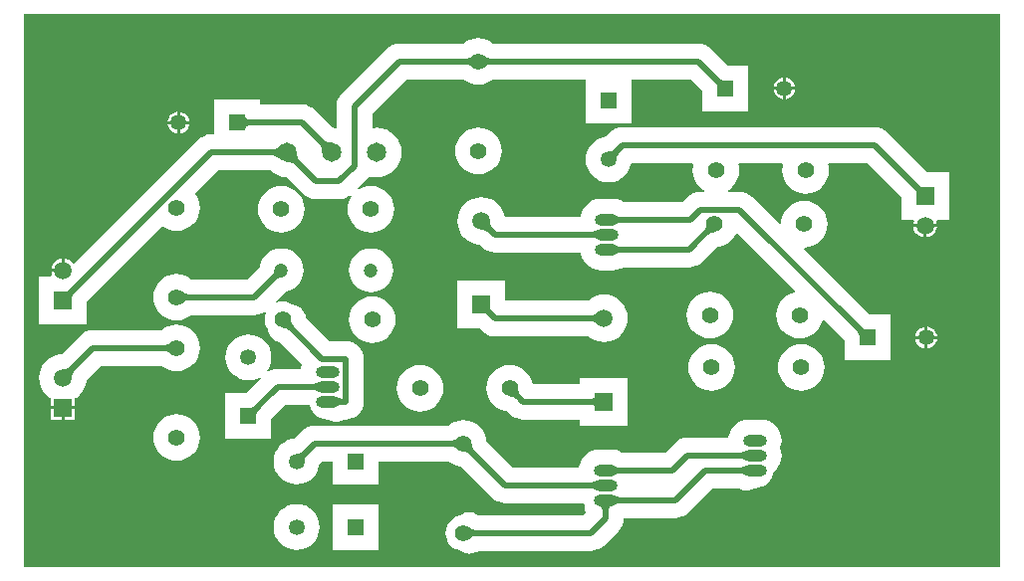
<source format=gbl>
G04 Layer_Physical_Order=2*
G04 Layer_Color=16711680*
%FSLAX25Y25*%
%MOIN*%
G70*
G01*
G75*
%ADD10C,0.02000*%
%ADD12C,0.05512*%
%ADD13O,0.07874X0.03937*%
%ADD14O,0.07874X0.03937*%
%ADD15C,0.05906*%
%ADD16R,0.05906X0.05906*%
%ADD17R,0.05315X0.05315*%
%ADD18C,0.05315*%
%ADD19R,0.05315X0.05315*%
%ADD20C,0.04724*%
%ADD21C,0.06500*%
G36*
X431952Y105547D02*
X105547D01*
Y290952D01*
X431952D01*
Y105547D01*
D02*
G37*
%LPC*%
G36*
X360343Y269623D02*
Y266500D01*
X363466D01*
X363406Y266955D01*
X363037Y267845D01*
X362451Y268609D01*
X361687Y269195D01*
X360797Y269563D01*
X360343Y269623D01*
D02*
G37*
G36*
X359343D02*
X358888Y269563D01*
X357998Y269195D01*
X357234Y268609D01*
X356648Y267845D01*
X356279Y266955D01*
X356219Y266500D01*
X359343D01*
Y269623D01*
D02*
G37*
G36*
X363466Y265500D02*
X360343D01*
Y262377D01*
X360797Y262437D01*
X361687Y262805D01*
X362451Y263391D01*
X363037Y264156D01*
X363406Y265045D01*
X363466Y265500D01*
D02*
G37*
G36*
X359343D02*
X356219D01*
X356279Y265045D01*
X356648Y264156D01*
X357234Y263391D01*
X357998Y262805D01*
X358888Y262437D01*
X359343Y262377D01*
Y265500D01*
D02*
G37*
G36*
X257500Y282793D02*
X255980Y282644D01*
X254518Y282200D01*
X253170Y281480D01*
X252621Y281029D01*
X231000D01*
X229824Y280913D01*
X228693Y280570D01*
X227650Y280013D01*
X226737Y279263D01*
X211737Y264263D01*
X210987Y263350D01*
X210430Y262307D01*
X210087Y261176D01*
X209971Y260000D01*
Y253017D01*
X209600Y252681D01*
X208762Y252764D01*
X202763Y258763D01*
X201850Y259513D01*
X200807Y260070D01*
X199676Y260413D01*
X198500Y260529D01*
X184500D01*
Y262158D01*
X169185D01*
Y250529D01*
X168000D01*
X166824Y250413D01*
X165693Y250070D01*
X164650Y249513D01*
X163737Y248763D01*
X122316Y207342D01*
X121652Y207385D01*
X121319Y207819D01*
X120493Y208453D01*
X119532Y208851D01*
X119000Y208921D01*
Y205000D01*
X118500D01*
Y204500D01*
X114579D01*
X114649Y203968D01*
X114863Y203453D01*
X114528Y202953D01*
X110547D01*
Y187047D01*
X126453D01*
Y194406D01*
X126482Y194437D01*
X126536Y194510D01*
X151828Y219801D01*
X152170Y219520D01*
X153518Y218800D01*
X154980Y218356D01*
X156500Y218207D01*
X158020Y218356D01*
X159482Y218800D01*
X160830Y219520D01*
X162011Y220489D01*
X162980Y221670D01*
X163700Y223018D01*
X164144Y224480D01*
X164293Y226000D01*
X164144Y227520D01*
X163700Y228982D01*
X162980Y230330D01*
X162699Y230672D01*
X170497Y238471D01*
X187842D01*
X188894Y237607D01*
X190328Y236841D01*
X191883Y236369D01*
X193238Y236236D01*
X198937Y230537D01*
X199850Y229787D01*
X200893Y229230D01*
X202024Y228887D01*
X203200Y228771D01*
X210800D01*
X211976Y228887D01*
X213107Y229230D01*
X214149Y229787D01*
X214727Y230261D01*
X215082Y229906D01*
X215020Y229830D01*
X214300Y228482D01*
X213856Y227020D01*
X213707Y225500D01*
X213856Y223980D01*
X214300Y222518D01*
X215020Y221170D01*
X215989Y219989D01*
X217170Y219020D01*
X218518Y218300D01*
X219980Y217856D01*
X221500Y217707D01*
X223020Y217856D01*
X224482Y218300D01*
X225830Y219020D01*
X227011Y219989D01*
X227980Y221170D01*
X228700Y222518D01*
X229144Y223980D01*
X229293Y225500D01*
X229144Y227020D01*
X228700Y228482D01*
X227980Y229830D01*
X227011Y231011D01*
X225830Y231980D01*
X224482Y232700D01*
X223020Y233144D01*
X221500Y233293D01*
X219980Y233144D01*
X218518Y232700D01*
X217263Y232030D01*
X216962Y232436D01*
X220263Y235737D01*
X221002Y236637D01*
X221883Y236369D01*
X223500Y236210D01*
X225117Y236369D01*
X226672Y236841D01*
X228106Y237607D01*
X229362Y238638D01*
X230393Y239894D01*
X231159Y241328D01*
X231631Y242883D01*
X231790Y244500D01*
X231631Y246117D01*
X231159Y247672D01*
X230393Y249106D01*
X229362Y250362D01*
X228106Y251393D01*
X226672Y252159D01*
X225117Y252631D01*
X223500Y252790D01*
X222399Y252681D01*
X222029Y253017D01*
Y257503D01*
X233497Y268971D01*
X252621D01*
X253170Y268520D01*
X254518Y267800D01*
X255980Y267356D01*
X257500Y267207D01*
X259020Y267356D01*
X260482Y267800D01*
X261830Y268520D01*
X262379Y268971D01*
X293342D01*
Y254185D01*
X308658D01*
Y268971D01*
X328660D01*
X332366Y265265D01*
X332404Y265212D01*
X332500Y265109D01*
Y258343D01*
X347815D01*
Y273657D01*
X341046D01*
X341016Y273687D01*
X340943Y273741D01*
X335421Y279263D01*
X334507Y280013D01*
X333465Y280570D01*
X332334Y280913D01*
X331157Y281029D01*
X262379D01*
X261830Y281480D01*
X260482Y282200D01*
X259020Y282644D01*
X257500Y282793D01*
D02*
G37*
G36*
X157657Y258123D02*
Y255000D01*
X160781D01*
X160721Y255455D01*
X160352Y256345D01*
X159766Y257109D01*
X159002Y257695D01*
X158112Y258063D01*
X157657Y258123D01*
D02*
G37*
G36*
X156657D02*
X156203Y258063D01*
X155313Y257695D01*
X154549Y257109D01*
X153963Y256345D01*
X153594Y255455D01*
X153534Y255000D01*
X156657D01*
Y258123D01*
D02*
G37*
G36*
X160781Y254000D02*
X157657D01*
Y250877D01*
X158112Y250937D01*
X159002Y251305D01*
X159766Y251891D01*
X160352Y252656D01*
X160721Y253545D01*
X160781Y254000D01*
D02*
G37*
G36*
X156657D02*
X153534D01*
X153594Y253545D01*
X153963Y252656D01*
X154549Y251891D01*
X155313Y251305D01*
X156203Y250937D01*
X156657Y250877D01*
Y254000D01*
D02*
G37*
G36*
X257500Y252793D02*
X255980Y252644D01*
X254518Y252200D01*
X253170Y251480D01*
X251989Y250511D01*
X251020Y249330D01*
X250300Y247982D01*
X249856Y246520D01*
X249707Y245000D01*
X249856Y243480D01*
X250300Y242018D01*
X251020Y240670D01*
X251989Y239489D01*
X253170Y238520D01*
X254518Y237800D01*
X255980Y237356D01*
X257500Y237207D01*
X259020Y237356D01*
X260482Y237800D01*
X261830Y238520D01*
X263011Y239489D01*
X263980Y240670D01*
X264700Y242018D01*
X265144Y243480D01*
X265293Y245000D01*
X265144Y246520D01*
X264700Y247982D01*
X263980Y249330D01*
X263011Y250511D01*
X261830Y251480D01*
X260482Y252200D01*
X259020Y252644D01*
X257500Y252793D01*
D02*
G37*
G36*
X390100Y252929D02*
X305743D01*
X304566Y252813D01*
X303435Y252470D01*
X302393Y251913D01*
X301479Y251163D01*
X300077Y249761D01*
X299499Y249704D01*
X298055Y249266D01*
X296725Y248555D01*
X295559Y247598D01*
X294602Y246432D01*
X293891Y245102D01*
X293453Y243658D01*
X293305Y242157D01*
X293453Y240656D01*
X293891Y239213D01*
X294602Y237882D01*
X295559Y236717D01*
X296725Y235760D01*
X298055Y235049D01*
X299499Y234611D01*
X301000Y234463D01*
X302501Y234611D01*
X303945Y235049D01*
X305275Y235760D01*
X306441Y236717D01*
X307398Y237882D01*
X308109Y239213D01*
X308547Y240656D01*
X308568Y240871D01*
X329195D01*
X329492Y240469D01*
X329356Y240020D01*
X329207Y238500D01*
X329356Y236980D01*
X329800Y235518D01*
X330520Y234170D01*
X331489Y232989D01*
X332670Y232020D01*
X333055Y231814D01*
X332934Y231329D01*
X331700D01*
X330524Y231213D01*
X329393Y230870D01*
X328350Y230313D01*
X327437Y229563D01*
X327437Y229563D01*
X325903Y228029D01*
X305972D01*
X305148Y228469D01*
X303835Y228868D01*
X302468Y229002D01*
X298532D01*
X297165Y228868D01*
X295852Y228469D01*
X294641Y227822D01*
X293580Y226951D01*
X292709Y225890D01*
X292062Y224680D01*
X291664Y223366D01*
X291631Y223029D01*
X266338D01*
X266338Y223035D01*
X265883Y224535D01*
X265144Y225916D01*
X264151Y227127D01*
X262940Y228121D01*
X261558Y228859D01*
X260059Y229314D01*
X258500Y229468D01*
X256941Y229314D01*
X255442Y228859D01*
X254060Y228121D01*
X252849Y227127D01*
X251855Y225916D01*
X251117Y224535D01*
X250662Y223035D01*
X250509Y221476D01*
X250662Y219917D01*
X251117Y218418D01*
X251855Y217037D01*
X252849Y215826D01*
X254060Y214832D01*
X255442Y214093D01*
X256941Y213639D01*
X257906Y213544D01*
X258713Y212737D01*
X258713Y212737D01*
X259627Y211987D01*
X260669Y211430D01*
X261800Y211087D01*
X262976Y210971D01*
X262977Y210971D01*
X291631D01*
X291664Y210634D01*
X292062Y209320D01*
X292709Y208110D01*
X293580Y207049D01*
X294641Y206178D01*
X295852Y205531D01*
X297165Y205132D01*
X298532Y204998D01*
X302468D01*
X303835Y205132D01*
X305148Y205531D01*
X305972Y205971D01*
X328000D01*
X329176Y206087D01*
X330307Y206430D01*
X331349Y206987D01*
X332263Y207737D01*
X337313Y212787D01*
X338020Y212856D01*
X339482Y213300D01*
X340830Y214020D01*
X342011Y214989D01*
X342980Y216170D01*
X343598Y217326D01*
X344160Y217471D01*
X363528Y198103D01*
X363327Y197597D01*
X362018Y197200D01*
X360670Y196480D01*
X359489Y195511D01*
X358520Y194330D01*
X357800Y192982D01*
X357356Y191520D01*
X357207Y190000D01*
X357356Y188480D01*
X357800Y187018D01*
X358520Y185670D01*
X359489Y184489D01*
X360670Y183520D01*
X362018Y182800D01*
X363480Y182356D01*
X365000Y182207D01*
X366520Y182356D01*
X367982Y182800D01*
X369330Y183520D01*
X370511Y184489D01*
X371480Y185670D01*
X372200Y187018D01*
X372597Y188327D01*
X373103Y188528D01*
X379866Y181765D01*
X379904Y181712D01*
X380000Y181609D01*
Y174843D01*
X395315D01*
Y190157D01*
X388546D01*
X388516Y190187D01*
X388443Y190241D01*
X366442Y212241D01*
X366668Y212723D01*
X368020Y212856D01*
X369482Y213300D01*
X370830Y214020D01*
X372011Y214989D01*
X372980Y216170D01*
X373700Y217518D01*
X374144Y218980D01*
X374293Y220500D01*
X374144Y222020D01*
X373700Y223482D01*
X372980Y224830D01*
X372011Y226011D01*
X370830Y226980D01*
X369482Y227700D01*
X368020Y228144D01*
X366500Y228293D01*
X364980Y228144D01*
X363518Y227700D01*
X362170Y226980D01*
X360989Y226011D01*
X360020Y224830D01*
X359300Y223482D01*
X358856Y222020D01*
X358723Y220668D01*
X358241Y220442D01*
X349121Y229563D01*
X348207Y230313D01*
X347165Y230870D01*
X346034Y231213D01*
X344857Y231329D01*
X341066D01*
X340945Y231814D01*
X341330Y232020D01*
X342511Y232989D01*
X343480Y234170D01*
X344200Y235518D01*
X344644Y236980D01*
X344793Y238500D01*
X344644Y240020D01*
X344508Y240469D01*
X344805Y240871D01*
X359195D01*
X359492Y240469D01*
X359356Y240020D01*
X359207Y238500D01*
X359356Y236980D01*
X359800Y235518D01*
X360520Y234170D01*
X361489Y232989D01*
X362670Y232020D01*
X364018Y231300D01*
X365480Y230856D01*
X367000Y230707D01*
X368520Y230856D01*
X369982Y231300D01*
X371330Y232020D01*
X372511Y232989D01*
X373480Y234170D01*
X374200Y235518D01*
X374644Y236980D01*
X374793Y238500D01*
X374644Y240020D01*
X374507Y240469D01*
X374805Y240871D01*
X387603D01*
X398914Y229560D01*
X398951Y229508D01*
X399047Y229404D01*
Y222047D01*
X403028D01*
X403363Y221547D01*
X403149Y221032D01*
X403079Y220500D01*
X407000D01*
X410921D01*
X410851Y221032D01*
X410638Y221547D01*
X410972Y222047D01*
X414953D01*
Y237953D01*
X407593D01*
X407563Y237982D01*
X407490Y238036D01*
X394363Y251163D01*
X393449Y251913D01*
X392407Y252470D01*
X391276Y252813D01*
X390100Y252929D01*
D02*
G37*
G36*
X191500Y233293D02*
X189980Y233144D01*
X188518Y232700D01*
X187170Y231980D01*
X185989Y231011D01*
X185020Y229830D01*
X184300Y228482D01*
X183856Y227020D01*
X183707Y225500D01*
X183856Y223980D01*
X184300Y222518D01*
X185020Y221170D01*
X185989Y219989D01*
X187170Y219020D01*
X188518Y218300D01*
X189980Y217856D01*
X191500Y217707D01*
X193020Y217856D01*
X194482Y218300D01*
X195830Y219020D01*
X197011Y219989D01*
X197980Y221170D01*
X198700Y222518D01*
X199144Y223980D01*
X199293Y225500D01*
X199144Y227020D01*
X198700Y228482D01*
X197980Y229830D01*
X197011Y231011D01*
X195830Y231980D01*
X194482Y232700D01*
X193020Y233144D01*
X191500Y233293D01*
D02*
G37*
G36*
X410921Y219500D02*
X407500D01*
Y216079D01*
X408032Y216149D01*
X408993Y216547D01*
X409819Y217181D01*
X410453Y218007D01*
X410851Y218968D01*
X410921Y219500D01*
D02*
G37*
G36*
X406500D02*
X403079D01*
X403149Y218968D01*
X403547Y218007D01*
X404181Y217181D01*
X405007Y216547D01*
X405968Y216149D01*
X406500Y216079D01*
Y219500D01*
D02*
G37*
G36*
X118000Y208921D02*
X117468Y208851D01*
X116507Y208453D01*
X115681Y207819D01*
X115047Y206993D01*
X114649Y206032D01*
X114579Y205500D01*
X118000D01*
Y208921D01*
D02*
G37*
G36*
X191500Y212398D02*
X190057Y212256D01*
X188669Y211835D01*
X187390Y211151D01*
X186269Y210231D01*
X185349Y209110D01*
X184665Y207831D01*
X184244Y206443D01*
X184225Y206252D01*
X180003Y202029D01*
X161379D01*
X160830Y202480D01*
X159482Y203200D01*
X158020Y203644D01*
X156500Y203793D01*
X154980Y203644D01*
X153518Y203200D01*
X152170Y202480D01*
X150989Y201511D01*
X150020Y200330D01*
X149300Y198982D01*
X148856Y197520D01*
X148707Y196000D01*
X148856Y194480D01*
X149300Y193018D01*
X150020Y191670D01*
X150989Y190489D01*
X152170Y189520D01*
X153518Y188800D01*
X154980Y188356D01*
X156500Y188207D01*
X158020Y188356D01*
X159482Y188800D01*
X160830Y189520D01*
X161379Y189971D01*
X182500D01*
X183676Y190087D01*
X184807Y190430D01*
X185849Y190987D01*
X186045Y191147D01*
X186439Y190824D01*
X186430Y190807D01*
X186087Y189676D01*
X185971Y188500D01*
X186087Y187324D01*
X186430Y186193D01*
X186987Y185151D01*
X187073Y185045D01*
X187122Y184573D01*
X187147Y184508D01*
X187156Y184439D01*
X187382Y183894D01*
X187593Y183343D01*
X187634Y183287D01*
X187660Y183223D01*
X188019Y182755D01*
X188365Y182277D01*
X188419Y182233D01*
X188461Y182178D01*
X188930Y181819D01*
X189388Y181447D01*
X189451Y181419D01*
X189506Y181377D01*
X190051Y181151D01*
X190590Y180910D01*
X190658Y180900D01*
X190722Y180873D01*
X191158Y180816D01*
X198500Y173474D01*
X198164Y172366D01*
X198131Y172029D01*
X190343D01*
X189166Y171913D01*
X188035Y171570D01*
X187164Y171105D01*
X186841Y171499D01*
X186898Y171568D01*
X187609Y172898D01*
X188047Y174341D01*
X188195Y175843D01*
X188047Y177344D01*
X187609Y178787D01*
X186898Y180117D01*
X185941Y181283D01*
X184775Y182240D01*
X183445Y182951D01*
X182001Y183389D01*
X180500Y183537D01*
X178999Y183389D01*
X177555Y182951D01*
X176225Y182240D01*
X175059Y181283D01*
X174102Y180117D01*
X173391Y178787D01*
X172953Y177344D01*
X172806Y175843D01*
X172953Y174341D01*
X173391Y172898D01*
X174102Y171568D01*
X175059Y170402D01*
X176225Y169445D01*
X177555Y168734D01*
X178999Y168296D01*
X180500Y168148D01*
X182001Y168296D01*
X183445Y168734D01*
X184300Y169191D01*
X184601Y168785D01*
X179765Y163949D01*
X179712Y163911D01*
X179609Y163815D01*
X172843D01*
Y148500D01*
X188157D01*
Y155269D01*
X188187Y155299D01*
X188241Y155372D01*
X192840Y159971D01*
X201067D01*
X201072Y159970D01*
X201087Y159824D01*
X201430Y158693D01*
X201987Y157650D01*
X202737Y156737D01*
X203650Y155987D01*
X204693Y155430D01*
X205824Y155087D01*
X207000Y154971D01*
X207372D01*
X207434Y154923D01*
X207632Y154841D01*
X207812Y154726D01*
X208238Y154590D01*
X208650Y154420D01*
X208862Y154392D01*
X209067Y154327D01*
X209513Y154306D01*
X209955Y154248D01*
X210168Y154276D01*
X210382Y154266D01*
X210818Y154361D01*
X211261Y154420D01*
X211458Y154502D01*
X211668Y154548D01*
X212064Y154753D01*
X212477Y154923D01*
X212507Y154947D01*
X212590Y154954D01*
X212770Y154958D01*
X212856Y154971D01*
X213000D01*
X214176Y155087D01*
X215307Y155430D01*
X216350Y155987D01*
X217263Y156737D01*
X218013Y157650D01*
X218570Y158693D01*
X218913Y159824D01*
X219029Y161000D01*
Y175300D01*
X218913Y176476D01*
X218570Y177607D01*
X218013Y178649D01*
X217263Y179563D01*
X216350Y180313D01*
X215307Y180870D01*
X214176Y181213D01*
X213000Y181329D01*
X207697D01*
X199684Y189342D01*
X199627Y189778D01*
X199601Y189842D01*
X199590Y189910D01*
X199349Y190449D01*
X199123Y190994D01*
X199081Y191049D01*
X199053Y191112D01*
X198681Y191570D01*
X198322Y192039D01*
X198267Y192081D01*
X198223Y192135D01*
X197745Y192481D01*
X197277Y192840D01*
X197213Y192867D01*
X197157Y192907D01*
X196606Y193118D01*
X196061Y193344D01*
X195992Y193353D01*
X195927Y193378D01*
X195455Y193427D01*
X195350Y193513D01*
X194307Y194070D01*
X193176Y194413D01*
X192000Y194529D01*
X190824Y194413D01*
X189852Y194118D01*
X189587Y194560D01*
X192752Y197725D01*
X192943Y197744D01*
X194331Y198165D01*
X195610Y198849D01*
X196731Y199769D01*
X197651Y200890D01*
X198335Y202169D01*
X198756Y203557D01*
X198898Y205000D01*
X198756Y206443D01*
X198335Y207831D01*
X197651Y209110D01*
X196731Y210231D01*
X195610Y211151D01*
X194331Y211835D01*
X192943Y212256D01*
X191500Y212398D01*
D02*
G37*
G36*
X221500D02*
X220057Y212256D01*
X218669Y211835D01*
X217390Y211151D01*
X216269Y210231D01*
X215349Y209110D01*
X214665Y207831D01*
X214244Y206443D01*
X214102Y205000D01*
X214244Y203557D01*
X214665Y202169D01*
X215349Y200890D01*
X216269Y199769D01*
X217390Y198849D01*
X218669Y198165D01*
X220057Y197744D01*
X221500Y197602D01*
X222943Y197744D01*
X224331Y198165D01*
X225610Y198849D01*
X226731Y199769D01*
X227651Y200890D01*
X228335Y202169D01*
X228756Y203557D01*
X228898Y205000D01*
X228756Y206443D01*
X228335Y207831D01*
X227651Y209110D01*
X226731Y210231D01*
X225610Y211151D01*
X224331Y211835D01*
X222943Y212256D01*
X221500Y212398D01*
D02*
G37*
G36*
X156500Y186793D02*
X154980Y186644D01*
X153518Y186200D01*
X152170Y185480D01*
X151621Y185029D01*
X128500D01*
X128500Y185029D01*
X127324Y184913D01*
X126193Y184570D01*
X125151Y184013D01*
X124237Y183263D01*
X124237Y183263D01*
X117906Y176933D01*
X116941Y176838D01*
X115442Y176383D01*
X114060Y175645D01*
X112849Y174651D01*
X111855Y173440D01*
X111117Y172058D01*
X110662Y170559D01*
X110509Y169000D01*
X110662Y167441D01*
X111117Y165942D01*
X111855Y164560D01*
X112849Y163349D01*
X114060Y162355D01*
X114547Y162095D01*
Y159500D01*
X118500D01*
X122453D01*
Y162095D01*
X122940Y162355D01*
X124151Y163349D01*
X125145Y164560D01*
X125883Y165942D01*
X126338Y167441D01*
X126433Y168406D01*
X130997Y172971D01*
X151621D01*
X152170Y172520D01*
X153518Y171800D01*
X154980Y171356D01*
X156500Y171207D01*
X158020Y171356D01*
X159482Y171800D01*
X160830Y172520D01*
X162011Y173489D01*
X162980Y174670D01*
X163700Y176018D01*
X164144Y177480D01*
X164293Y179000D01*
X164144Y180520D01*
X163700Y181982D01*
X162980Y183330D01*
X162011Y184511D01*
X160830Y185480D01*
X159482Y186200D01*
X158020Y186644D01*
X156500Y186793D01*
D02*
G37*
G36*
X407843Y186123D02*
Y183000D01*
X410966D01*
X410906Y183455D01*
X410537Y184344D01*
X409951Y185108D01*
X409187Y185695D01*
X408297Y186063D01*
X407843Y186123D01*
D02*
G37*
G36*
X406843D02*
X406388Y186063D01*
X405498Y185695D01*
X404734Y185108D01*
X404148Y184344D01*
X403779Y183455D01*
X403719Y183000D01*
X406843D01*
Y186123D01*
D02*
G37*
G36*
X335000Y197793D02*
X333480Y197644D01*
X332018Y197200D01*
X330670Y196480D01*
X329489Y195511D01*
X328520Y194330D01*
X327800Y192982D01*
X327356Y191520D01*
X327207Y190000D01*
X327356Y188480D01*
X327800Y187018D01*
X328520Y185670D01*
X329489Y184489D01*
X330670Y183520D01*
X332018Y182800D01*
X333480Y182356D01*
X335000Y182207D01*
X336520Y182356D01*
X337982Y182800D01*
X339330Y183520D01*
X340511Y184489D01*
X341480Y185670D01*
X342200Y187018D01*
X342644Y188480D01*
X342793Y190000D01*
X342644Y191520D01*
X342200Y192982D01*
X341480Y194330D01*
X340511Y195511D01*
X339330Y196480D01*
X337982Y197200D01*
X336520Y197644D01*
X335000Y197793D01*
D02*
G37*
G36*
X266453Y201476D02*
X250547D01*
Y185571D01*
X257907D01*
X257938Y185541D01*
X258010Y185487D01*
X258784Y184713D01*
X259698Y183963D01*
X260740Y183406D01*
X261871Y183063D01*
X263047Y182947D01*
X294310D01*
X295060Y182332D01*
X296442Y181594D01*
X297941Y181139D01*
X299500Y180985D01*
X301059Y181139D01*
X302558Y181594D01*
X303940Y182332D01*
X305151Y183326D01*
X306144Y184537D01*
X306883Y185918D01*
X307338Y187417D01*
X307491Y188976D01*
X307338Y190535D01*
X306883Y192034D01*
X306144Y193416D01*
X305151Y194627D01*
X303940Y195621D01*
X302558Y196359D01*
X301059Y196814D01*
X299500Y196968D01*
X297941Y196814D01*
X296442Y196359D01*
X295060Y195621D01*
X294310Y195005D01*
X266453D01*
Y201476D01*
D02*
G37*
G36*
X222000Y196293D02*
X220480Y196144D01*
X219018Y195700D01*
X217670Y194980D01*
X216489Y194011D01*
X215520Y192830D01*
X214800Y191482D01*
X214356Y190020D01*
X214207Y188500D01*
X214356Y186980D01*
X214800Y185518D01*
X215520Y184170D01*
X216489Y182989D01*
X217670Y182020D01*
X219018Y181300D01*
X220480Y180856D01*
X222000Y180707D01*
X223520Y180856D01*
X224982Y181300D01*
X226330Y182020D01*
X227511Y182989D01*
X228480Y184170D01*
X229200Y185518D01*
X229644Y186980D01*
X229793Y188500D01*
X229644Y190020D01*
X229200Y191482D01*
X228480Y192830D01*
X227511Y194011D01*
X226330Y194980D01*
X224982Y195700D01*
X223520Y196144D01*
X222000Y196293D01*
D02*
G37*
G36*
X410966Y182000D02*
X407843D01*
Y178877D01*
X408297Y178937D01*
X409187Y179305D01*
X409951Y179892D01*
X410537Y180656D01*
X410906Y181545D01*
X410966Y182000D01*
D02*
G37*
G36*
X406843D02*
X403719D01*
X403779Y181545D01*
X404148Y180656D01*
X404734Y179892D01*
X405498Y179305D01*
X406388Y178937D01*
X406843Y178877D01*
Y182000D01*
D02*
G37*
G36*
X365500Y180293D02*
X363980Y180144D01*
X362518Y179700D01*
X361170Y178980D01*
X359989Y178011D01*
X359020Y176830D01*
X358300Y175482D01*
X357856Y174020D01*
X357707Y172500D01*
X357856Y170980D01*
X358300Y169518D01*
X359020Y168170D01*
X359989Y166989D01*
X361170Y166020D01*
X362518Y165300D01*
X363980Y164856D01*
X365500Y164707D01*
X367020Y164856D01*
X368482Y165300D01*
X369830Y166020D01*
X371011Y166989D01*
X371980Y168170D01*
X372700Y169518D01*
X373144Y170980D01*
X373293Y172500D01*
X373144Y174020D01*
X372700Y175482D01*
X371980Y176830D01*
X371011Y178011D01*
X369830Y178980D01*
X368482Y179700D01*
X367020Y180144D01*
X365500Y180293D01*
D02*
G37*
G36*
X335500D02*
X333980Y180144D01*
X332518Y179700D01*
X331170Y178980D01*
X329989Y178011D01*
X329020Y176830D01*
X328300Y175482D01*
X327856Y174020D01*
X327707Y172500D01*
X327856Y170980D01*
X328300Y169518D01*
X329020Y168170D01*
X329989Y166989D01*
X331170Y166020D01*
X332518Y165300D01*
X333980Y164856D01*
X335500Y164707D01*
X337020Y164856D01*
X338482Y165300D01*
X339830Y166020D01*
X341011Y166989D01*
X341980Y168170D01*
X342700Y169518D01*
X343144Y170980D01*
X343293Y172500D01*
X343144Y174020D01*
X342700Y175482D01*
X341980Y176830D01*
X341011Y178011D01*
X339830Y178980D01*
X338482Y179700D01*
X337020Y180144D01*
X335500Y180293D01*
D02*
G37*
G36*
X238000Y173293D02*
X236480Y173144D01*
X235018Y172700D01*
X233670Y171980D01*
X232489Y171011D01*
X231520Y169830D01*
X230800Y168482D01*
X230356Y167020D01*
X230207Y165500D01*
X230356Y163980D01*
X230800Y162518D01*
X231520Y161170D01*
X232489Y159989D01*
X233670Y159020D01*
X235018Y158300D01*
X236480Y157856D01*
X238000Y157707D01*
X239520Y157856D01*
X240982Y158300D01*
X242330Y159020D01*
X243511Y159989D01*
X244480Y161170D01*
X245200Y162518D01*
X245644Y163980D01*
X245793Y165500D01*
X245644Y167020D01*
X245200Y168482D01*
X244480Y169830D01*
X243511Y171011D01*
X242330Y171980D01*
X240982Y172700D01*
X239520Y173144D01*
X238000Y173293D01*
D02*
G37*
G36*
X122453Y158500D02*
X119000D01*
Y155047D01*
X122453D01*
Y158500D01*
D02*
G37*
G36*
X118000D02*
X114547D01*
Y155047D01*
X118000D01*
Y158500D01*
D02*
G37*
G36*
X268000Y173293D02*
X266480Y173144D01*
X265018Y172700D01*
X263670Y171980D01*
X262489Y171011D01*
X261520Y169830D01*
X260800Y168482D01*
X260356Y167020D01*
X260207Y165500D01*
X260356Y163980D01*
X260800Y162518D01*
X261520Y161170D01*
X262489Y159989D01*
X263670Y159020D01*
X265018Y158300D01*
X266480Y157856D01*
X267187Y157787D01*
X268213Y156761D01*
X268213Y156760D01*
X269127Y156011D01*
X270169Y155454D01*
X271300Y155110D01*
X272476Y154995D01*
X272477Y154995D01*
X291547D01*
Y153071D01*
X307453D01*
Y168976D01*
X291547D01*
Y167053D01*
X275634D01*
X275200Y168482D01*
X274480Y169830D01*
X273511Y171011D01*
X272330Y171980D01*
X270982Y172700D01*
X269520Y173144D01*
X268000Y173293D01*
D02*
G37*
G36*
X351969Y155002D02*
X348031D01*
X346665Y154868D01*
X345352Y154469D01*
X344141Y153822D01*
X343080Y152951D01*
X342209Y151890D01*
X341562Y150680D01*
X341164Y149366D01*
X341131Y149029D01*
X327500D01*
X326324Y148913D01*
X325193Y148570D01*
X324150Y148013D01*
X323237Y147263D01*
X320003Y144029D01*
X305472D01*
X304648Y144469D01*
X303335Y144868D01*
X301969Y145002D01*
X298031D01*
X296665Y144868D01*
X295352Y144469D01*
X294141Y143822D01*
X293080Y142951D01*
X292209Y141890D01*
X291562Y140680D01*
X291164Y139366D01*
X291131Y139029D01*
X268997D01*
X260213Y147813D01*
X260144Y148520D01*
X259700Y149982D01*
X258980Y151330D01*
X258011Y152511D01*
X256830Y153480D01*
X255482Y154200D01*
X254020Y154644D01*
X252500Y154793D01*
X250980Y154644D01*
X249518Y154200D01*
X248170Y153480D01*
X247621Y153029D01*
X202657D01*
X201481Y152913D01*
X200350Y152570D01*
X199308Y152013D01*
X198394Y151263D01*
X195735Y148604D01*
X195156Y148547D01*
X193713Y148109D01*
X192383Y147398D01*
X191217Y146441D01*
X190260Y145275D01*
X189549Y143945D01*
X189111Y142501D01*
X188963Y141000D01*
X189111Y139499D01*
X189549Y138055D01*
X190260Y136725D01*
X191217Y135559D01*
X192383Y134602D01*
X193713Y133891D01*
X195156Y133453D01*
X196657Y133306D01*
X198159Y133453D01*
X199602Y133891D01*
X200932Y134602D01*
X202098Y135559D01*
X203055Y136725D01*
X203766Y138055D01*
X204204Y139499D01*
X204261Y140077D01*
X205155Y140971D01*
X208685D01*
Y133343D01*
X224000D01*
Y140971D01*
X247621D01*
X248170Y140520D01*
X249518Y139800D01*
X250980Y139356D01*
X251687Y139287D01*
X262237Y128737D01*
X263151Y127987D01*
X264193Y127430D01*
X265324Y127087D01*
X266500Y126971D01*
X292568D01*
X292987Y126576D01*
X292993Y126308D01*
X292958Y126043D01*
X293010Y125653D01*
X293020Y125259D01*
X293095Y125003D01*
X293130Y124737D01*
X293281Y124374D01*
X293392Y123997D01*
X293422Y123948D01*
X292503Y123029D01*
X257338D01*
X256990Y123297D01*
X256926Y123323D01*
X256869Y123364D01*
X256318Y123575D01*
X255773Y123800D01*
X255704Y123810D01*
X255640Y123834D01*
X255053Y123895D01*
X254468Y123972D01*
X254399Y123963D01*
X254330Y123970D01*
X253748Y123877D01*
X253163Y123800D01*
X253099Y123774D01*
X253030Y123763D01*
X252491Y123522D01*
X251946Y123297D01*
X251891Y123254D01*
X251828Y123226D01*
X251459Y122926D01*
X251324Y122913D01*
X250193Y122570D01*
X249150Y122013D01*
X248237Y121263D01*
X247487Y120350D01*
X246930Y119307D01*
X246587Y118176D01*
X246471Y117000D01*
X246587Y115824D01*
X246930Y114693D01*
X247487Y113651D01*
X248237Y112737D01*
X249150Y111987D01*
X250193Y111430D01*
X251324Y111087D01*
X251459Y111074D01*
X251828Y110774D01*
X251891Y110746D01*
X251946Y110703D01*
X252491Y110478D01*
X253030Y110237D01*
X253099Y110226D01*
X253163Y110200D01*
X253747Y110123D01*
X254330Y110030D01*
X254399Y110037D01*
X254468Y110028D01*
X255053Y110105D01*
X255640Y110166D01*
X255704Y110190D01*
X255773Y110200D01*
X256318Y110425D01*
X256869Y110636D01*
X256926Y110677D01*
X256990Y110703D01*
X257338Y110971D01*
X295000D01*
X296176Y111087D01*
X297307Y111430D01*
X298349Y111987D01*
X299263Y112737D01*
X304263Y117737D01*
X305013Y118650D01*
X305570Y119693D01*
X305913Y120824D01*
X306026Y121971D01*
X323300D01*
X324476Y122087D01*
X325607Y122430D01*
X326649Y122987D01*
X327563Y123737D01*
X335797Y131971D01*
X344067D01*
X344123Y131961D01*
X344494Y131946D01*
X344523Y131923D01*
X344936Y131753D01*
X345332Y131548D01*
X345542Y131502D01*
X345740Y131420D01*
X346182Y131361D01*
X346618Y131266D01*
X346832Y131276D01*
X347045Y131248D01*
X347487Y131306D01*
X347933Y131327D01*
X348137Y131392D01*
X348350Y131420D01*
X348762Y131590D01*
X349188Y131726D01*
X349368Y131842D01*
X349566Y131923D01*
X349628Y131971D01*
X350000D01*
X351176Y132087D01*
X352307Y132430D01*
X353349Y132987D01*
X354263Y133737D01*
X355013Y134651D01*
X355570Y135693D01*
X355913Y136824D01*
X355956Y137258D01*
X356920Y138049D01*
X357791Y139110D01*
X358438Y140320D01*
X358836Y141634D01*
X358971Y143000D01*
X358836Y144366D01*
X358492Y145500D01*
X358836Y146634D01*
X358971Y148000D01*
X358836Y149366D01*
X358438Y150680D01*
X357791Y151890D01*
X356920Y152951D01*
X355859Y153822D01*
X354648Y154469D01*
X353335Y154868D01*
X351969Y155002D01*
D02*
G37*
G36*
X156500Y156793D02*
X154980Y156644D01*
X153518Y156200D01*
X152170Y155480D01*
X150989Y154511D01*
X150020Y153330D01*
X149300Y151982D01*
X148856Y150520D01*
X148707Y149000D01*
X148856Y147480D01*
X149300Y146018D01*
X150020Y144670D01*
X150989Y143489D01*
X152170Y142520D01*
X153518Y141800D01*
X154980Y141356D01*
X156500Y141207D01*
X158020Y141356D01*
X159482Y141800D01*
X160830Y142520D01*
X162011Y143489D01*
X162980Y144670D01*
X163700Y146018D01*
X164144Y147480D01*
X164293Y149000D01*
X164144Y150520D01*
X163700Y151982D01*
X162980Y153330D01*
X162011Y154511D01*
X160830Y155480D01*
X159482Y156200D01*
X158020Y156644D01*
X156500Y156793D01*
D02*
G37*
G36*
X224000Y126657D02*
X208685D01*
Y111343D01*
X224000D01*
Y126657D01*
D02*
G37*
G36*
X196657Y126695D02*
X195156Y126547D01*
X193713Y126109D01*
X192383Y125398D01*
X191217Y124441D01*
X190260Y123275D01*
X189549Y121945D01*
X189111Y120501D01*
X188963Y119000D01*
X189111Y117499D01*
X189549Y116055D01*
X190260Y114725D01*
X191217Y113559D01*
X192383Y112602D01*
X193713Y111891D01*
X195156Y111453D01*
X196657Y111305D01*
X198159Y111453D01*
X199602Y111891D01*
X200932Y112602D01*
X202098Y113559D01*
X203055Y114725D01*
X203766Y116055D01*
X204204Y117499D01*
X204352Y119000D01*
X204204Y120501D01*
X203766Y121945D01*
X203055Y123275D01*
X202098Y124441D01*
X200932Y125398D01*
X199602Y126109D01*
X198159Y126547D01*
X196657Y126695D01*
D02*
G37*
%LPD*%
G36*
X259655Y276753D02*
X259850Y276595D01*
X260053Y276455D01*
X260266Y276335D01*
X260487Y276232D01*
X260717Y276149D01*
X260955Y276084D01*
X261202Y276037D01*
X261457Y276009D01*
X261722Y276000D01*
Y274000D01*
X261457Y273991D01*
X261202Y273963D01*
X260955Y273916D01*
X260717Y273851D01*
X260487Y273768D01*
X260266Y273665D01*
X260053Y273545D01*
X259850Y273405D01*
X259655Y273247D01*
X259468Y273071D01*
Y276929D01*
X259655Y276753D01*
D02*
G37*
G36*
X255532Y273071D02*
X255345Y273247D01*
X255150Y273405D01*
X254947Y273545D01*
X254734Y273665D01*
X254513Y273768D01*
X254283Y273851D01*
X254045Y273916D01*
X253798Y273963D01*
X253543Y273991D01*
X253278Y274000D01*
Y276000D01*
X253543Y276009D01*
X253798Y276037D01*
X254045Y276084D01*
X254283Y276149D01*
X254513Y276232D01*
X254734Y276335D01*
X254947Y276455D01*
X255150Y276595D01*
X255345Y276753D01*
X255532Y276929D01*
Y273071D01*
D02*
G37*
G36*
X337923Y269662D02*
X338660Y269038D01*
X338986Y268810D01*
X339283Y268639D01*
X339551Y268525D01*
X339791Y268467D01*
X340003Y268466D01*
X340186Y268521D01*
X340340Y268634D01*
X337524Y265817D01*
X337636Y265971D01*
X337691Y266155D01*
X337690Y266366D01*
X337632Y266606D01*
X337518Y266875D01*
X337347Y267172D01*
X337120Y267497D01*
X336836Y267852D01*
X336098Y268646D01*
X337512Y270060D01*
X337923Y269662D01*
D02*
G37*
G36*
X179496Y256310D02*
X179557Y256140D01*
X179657Y255990D01*
X179798Y255860D01*
X179979Y255750D01*
X180200Y255660D01*
X180462Y255590D01*
X180764Y255540D01*
X181106Y255510D01*
X181488Y255500D01*
Y253500D01*
X181106Y253490D01*
X180764Y253460D01*
X180462Y253410D01*
X180200Y253340D01*
X179979Y253250D01*
X179798Y253140D01*
X179657Y253010D01*
X179557Y252860D01*
X179496Y252690D01*
X179476Y252500D01*
Y256500D01*
X179496Y256310D01*
D02*
G37*
G36*
X205857Y248575D02*
X206088Y248399D01*
X206333Y248243D01*
X206593Y248110D01*
X206868Y247997D01*
X207158Y247905D01*
X207463Y247834D01*
X207783Y247785D01*
X208118Y247757D01*
X208468Y247750D01*
X205250Y244532D01*
X205243Y244882D01*
X205215Y245217D01*
X205166Y245537D01*
X205095Y245842D01*
X205003Y246132D01*
X204890Y246407D01*
X204756Y246667D01*
X204601Y246912D01*
X204425Y247143D01*
X204227Y247358D01*
X205642Y248773D01*
X205857Y248575D01*
D02*
G37*
G36*
X191179Y242225D02*
X190927Y242467D01*
X190670Y242684D01*
X190409Y242875D01*
X190144Y243041D01*
X189874Y243181D01*
X189600Y243296D01*
X189321Y243385D01*
X189037Y243449D01*
X188750Y243487D01*
X188458Y243500D01*
Y245500D01*
X188750Y245513D01*
X189037Y245551D01*
X189321Y245615D01*
X189600Y245704D01*
X189874Y245819D01*
X190144Y245959D01*
X190409Y246125D01*
X190670Y246316D01*
X190927Y246533D01*
X191179Y246775D01*
Y242225D01*
D02*
G37*
G36*
X196757Y244118D02*
X196785Y243783D01*
X196834Y243463D01*
X196905Y243158D01*
X196997Y242868D01*
X197109Y242593D01*
X197243Y242333D01*
X197399Y242088D01*
X197575Y241857D01*
X197773Y241642D01*
X196358Y240227D01*
X196143Y240425D01*
X195912Y240601D01*
X195667Y240757D01*
X195407Y240891D01*
X195132Y241003D01*
X194842Y241095D01*
X194537Y241166D01*
X194217Y241215D01*
X193882Y241243D01*
X193533Y241250D01*
X196750Y244467D01*
X196757Y244118D01*
D02*
G37*
G36*
X122855Y197941D02*
X122458Y197529D01*
X121833Y196793D01*
X121606Y196467D01*
X121435Y196170D01*
X121320Y195901D01*
X121263Y195661D01*
X121261Y195450D01*
X121317Y195267D01*
X121429Y195112D01*
X118612Y197929D01*
X118767Y197817D01*
X118950Y197761D01*
X119161Y197763D01*
X119401Y197820D01*
X119670Y197935D01*
X119967Y198106D01*
X120293Y198333D01*
X120647Y198617D01*
X121441Y199355D01*
X122855Y197941D01*
D02*
G37*
G36*
X304576Y244319D02*
X304399Y244130D01*
X304241Y243936D01*
X304102Y243736D01*
X303982Y243531D01*
X303881Y243320D01*
X303799Y243104D01*
X303735Y242882D01*
X303690Y242655D01*
X303664Y242422D01*
X303657Y242184D01*
X301027Y244815D01*
X301265Y244822D01*
X301497Y244848D01*
X301725Y244892D01*
X301946Y244956D01*
X302163Y245038D01*
X302373Y245140D01*
X302578Y245260D01*
X302778Y245399D01*
X302973Y245556D01*
X303161Y245733D01*
X304576Y244319D01*
D02*
G37*
G36*
X404470Y233958D02*
X405207Y233333D01*
X405533Y233106D01*
X405830Y232935D01*
X406099Y232820D01*
X406339Y232763D01*
X406550Y232761D01*
X406733Y232817D01*
X406888Y232929D01*
X404071Y230112D01*
X404183Y230267D01*
X404239Y230450D01*
X404237Y230661D01*
X404180Y230901D01*
X404065Y231170D01*
X403894Y231467D01*
X403667Y231793D01*
X403383Y232147D01*
X402645Y232941D01*
X404059Y234355D01*
X404470Y233958D01*
D02*
G37*
G36*
X261460Y221153D02*
X261487Y220870D01*
X261534Y220596D01*
X261601Y220333D01*
X261688Y220080D01*
X261795Y219837D01*
X261923Y219604D01*
X262070Y219381D01*
X262237Y219169D01*
X262424Y218966D01*
X261010Y217552D01*
X260808Y217739D01*
X260595Y217907D01*
X260372Y218054D01*
X260140Y218181D01*
X259897Y218288D01*
X259644Y218375D01*
X259380Y218443D01*
X259107Y218490D01*
X258823Y218517D01*
X258529Y218524D01*
X261453Y221447D01*
X261460Y221153D01*
D02*
G37*
G36*
X336472Y217744D02*
X336216Y217737D01*
X335966Y217711D01*
X335723Y217665D01*
X335488Y217601D01*
X335259Y217517D01*
X335038Y217413D01*
X334823Y217291D01*
X334616Y217149D01*
X334415Y216988D01*
X334222Y216808D01*
X332808Y218222D01*
X332988Y218415D01*
X333149Y218616D01*
X333291Y218823D01*
X333413Y219038D01*
X333517Y219259D01*
X333601Y219488D01*
X333665Y219724D01*
X333711Y219966D01*
X333737Y220216D01*
X333744Y220472D01*
X336472Y217744D01*
D02*
G37*
G36*
X297545Y215291D02*
X297351Y215426D01*
X297141Y215546D01*
X296913Y215653D01*
X296667Y215745D01*
X296405Y215823D01*
X296125Y215887D01*
X295828Y215936D01*
X295513Y215972D01*
X294833Y216000D01*
Y218000D01*
X295182Y218007D01*
X295828Y218064D01*
X296125Y218113D01*
X296405Y218177D01*
X296667Y218255D01*
X296913Y218347D01*
X297141Y218454D01*
X297351Y218574D01*
X297545Y218709D01*
Y215291D01*
D02*
G37*
G36*
X385423Y186162D02*
X386160Y185538D01*
X386486Y185310D01*
X386783Y185140D01*
X387051Y185025D01*
X387291Y184967D01*
X387503Y184966D01*
X387686Y185021D01*
X387840Y185134D01*
X385024Y182317D01*
X385136Y182472D01*
X385191Y182655D01*
X385190Y182866D01*
X385132Y183106D01*
X385018Y183375D01*
X384847Y183672D01*
X384619Y183997D01*
X384335Y184352D01*
X383598Y185145D01*
X385012Y186560D01*
X385423Y186162D01*
D02*
G37*
G36*
X191476Y202638D02*
X191294Y202631D01*
X191112Y202606D01*
X190931Y202564D01*
X190752Y202505D01*
X190573Y202427D01*
X190395Y202332D01*
X190217Y202220D01*
X190041Y202090D01*
X189866Y201943D01*
X189692Y201777D01*
X188277Y203192D01*
X188443Y203366D01*
X188590Y203541D01*
X188720Y203717D01*
X188832Y203895D01*
X188927Y204073D01*
X189005Y204252D01*
X189064Y204431D01*
X189106Y204612D01*
X189131Y204794D01*
X189138Y204976D01*
X191476Y202638D01*
D02*
G37*
G36*
X158655Y197753D02*
X158850Y197595D01*
X159053Y197455D01*
X159266Y197335D01*
X159487Y197232D01*
X159716Y197149D01*
X159955Y197084D01*
X160202Y197037D01*
X160457Y197009D01*
X160722Y197000D01*
Y195000D01*
X160457Y194991D01*
X160202Y194963D01*
X159955Y194916D01*
X159716Y194851D01*
X159487Y194768D01*
X159266Y194666D01*
X159053Y194545D01*
X158850Y194405D01*
X158655Y194247D01*
X158468Y194071D01*
Y197929D01*
X158655Y197753D01*
D02*
G37*
G36*
X194763Y188216D02*
X194789Y187966D01*
X194835Y187724D01*
X194899Y187488D01*
X194983Y187259D01*
X195087Y187038D01*
X195209Y186823D01*
X195351Y186616D01*
X195512Y186415D01*
X195692Y186222D01*
X194278Y184808D01*
X194085Y184988D01*
X193884Y185149D01*
X193677Y185291D01*
X193462Y185413D01*
X193241Y185517D01*
X193012Y185601D01*
X192777Y185665D01*
X192534Y185711D01*
X192284Y185737D01*
X192028Y185744D01*
X194756Y188472D01*
X194763Y188216D01*
D02*
G37*
G36*
X204045Y164291D02*
X203851Y164426D01*
X203641Y164546D01*
X203413Y164653D01*
X203167Y164745D01*
X202905Y164823D01*
X202625Y164887D01*
X202328Y164936D01*
X202013Y164972D01*
X201333Y165000D01*
Y167000D01*
X201682Y167007D01*
X202328Y167064D01*
X202625Y167113D01*
X202905Y167177D01*
X203167Y167255D01*
X203413Y167347D01*
X203641Y167454D01*
X203851Y167574D01*
X204045Y167709D01*
Y164291D01*
D02*
G37*
G36*
X210149Y162574D02*
X210359Y162454D01*
X210587Y162347D01*
X210833Y162255D01*
X211095Y162177D01*
X211375Y162113D01*
X211672Y162064D01*
X211987Y162028D01*
X212667Y162000D01*
Y160000D01*
X212318Y159993D01*
X211672Y159936D01*
X211375Y159887D01*
X211095Y159823D01*
X210833Y159745D01*
X210587Y159653D01*
X210359Y159546D01*
X210149Y159426D01*
X209955Y159291D01*
Y162709D01*
X210149Y162574D01*
D02*
G37*
G36*
X184560Y158803D02*
X184162Y158392D01*
X183538Y157655D01*
X183310Y157329D01*
X183140Y157032D01*
X183025Y156764D01*
X182967Y156524D01*
X182966Y156312D01*
X183021Y156129D01*
X183133Y155974D01*
X180317Y158791D01*
X180472Y158679D01*
X180655Y158624D01*
X180866Y158625D01*
X181106Y158683D01*
X181375Y158797D01*
X181672Y158968D01*
X181998Y159195D01*
X182352Y159479D01*
X183145Y160217D01*
X184560Y158803D01*
D02*
G37*
G36*
X154532Y177071D02*
X154345Y177247D01*
X154150Y177405D01*
X153947Y177545D01*
X153734Y177665D01*
X153513Y177768D01*
X153284Y177851D01*
X153045Y177916D01*
X152798Y177963D01*
X152543Y177991D01*
X152278Y178000D01*
Y180000D01*
X152543Y180009D01*
X152798Y180037D01*
X153045Y180084D01*
X153284Y180149D01*
X153513Y180232D01*
X153734Y180334D01*
X153947Y180455D01*
X154150Y180595D01*
X154345Y180753D01*
X154532Y180929D01*
Y177071D01*
D02*
G37*
G36*
X122424Y171510D02*
X122237Y171308D01*
X122070Y171095D01*
X121923Y170872D01*
X121795Y170640D01*
X121688Y170397D01*
X121601Y170143D01*
X121534Y169880D01*
X121487Y169607D01*
X121460Y169323D01*
X121453Y169029D01*
X118529Y171953D01*
X118823Y171960D01*
X119107Y171987D01*
X119380Y172034D01*
X119643Y172101D01*
X119897Y172188D01*
X120140Y172295D01*
X120372Y172423D01*
X120595Y172570D01*
X120808Y172737D01*
X121010Y172924D01*
X122424Y171510D01*
D02*
G37*
G36*
X261328Y193256D02*
X261271Y193072D01*
Y192860D01*
X261328Y192619D01*
X261441Y192351D01*
X261611Y192054D01*
X261837Y191728D01*
X262120Y191375D01*
X262855Y190583D01*
X261441Y189169D01*
X261031Y189565D01*
X260295Y190187D01*
X259970Y190413D01*
X259673Y190583D01*
X259404Y190696D01*
X259164Y190753D01*
X258952D01*
X258768Y190696D01*
X258612Y190583D01*
X261441Y193411D01*
X261328Y193256D01*
D02*
G37*
G36*
X297391Y186909D02*
X297179Y187112D01*
X296959Y187294D01*
X296732Y187454D01*
X296499Y187592D01*
X296258Y187710D01*
X296010Y187806D01*
X295756Y187880D01*
X295494Y187934D01*
X295226Y187966D01*
X294950Y187976D01*
Y189976D01*
X295226Y189987D01*
X295494Y190019D01*
X295756Y190072D01*
X296010Y190147D01*
X296258Y190243D01*
X296499Y190360D01*
X296732Y190499D01*
X296959Y190659D01*
X297179Y190841D01*
X297391Y191043D01*
Y186909D01*
D02*
G37*
G36*
X270763Y165216D02*
X270789Y164966D01*
X270835Y164724D01*
X270899Y164488D01*
X270983Y164259D01*
X271087Y164038D01*
X271209Y163823D01*
X271351Y163616D01*
X271512Y163415D01*
X271692Y163222D01*
X270278Y161808D01*
X270085Y161988D01*
X269884Y162149D01*
X269677Y162291D01*
X269462Y162413D01*
X269241Y162517D01*
X269012Y162601D01*
X268776Y162665D01*
X268534Y162711D01*
X268284Y162737D01*
X268028Y162744D01*
X270756Y165472D01*
X270763Y165216D01*
D02*
G37*
G36*
X296571Y159024D02*
X296551Y159214D01*
X296491Y159384D01*
X296390Y159534D01*
X296249Y159664D01*
X296068Y159774D01*
X295847Y159864D01*
X295585Y159934D01*
X295284Y159984D01*
X294941Y160014D01*
X294559Y160024D01*
Y162024D01*
X294941Y162034D01*
X295284Y162064D01*
X295585Y162114D01*
X295847Y162184D01*
X296068Y162274D01*
X296249Y162384D01*
X296390Y162514D01*
X296491Y162664D01*
X296551Y162834D01*
X296571Y163024D01*
Y159024D01*
D02*
G37*
G36*
X250532Y145071D02*
X250345Y145247D01*
X250150Y145405D01*
X249947Y145545D01*
X249734Y145666D01*
X249513Y145768D01*
X249284Y145851D01*
X249045Y145916D01*
X248798Y145963D01*
X248543Y145991D01*
X248278Y146000D01*
Y148000D01*
X248543Y148009D01*
X248798Y148037D01*
X249045Y148084D01*
X249284Y148149D01*
X249513Y148232D01*
X249734Y148335D01*
X249947Y148455D01*
X250150Y148595D01*
X250345Y148753D01*
X250532Y148929D01*
Y145071D01*
D02*
G37*
G36*
X255263Y146716D02*
X255289Y146466D01*
X255335Y146223D01*
X255399Y145988D01*
X255483Y145759D01*
X255587Y145538D01*
X255709Y145323D01*
X255851Y145116D01*
X256012Y144915D01*
X256192Y144722D01*
X254778Y143308D01*
X254585Y143488D01*
X254384Y143649D01*
X254177Y143791D01*
X253962Y143913D01*
X253741Y144017D01*
X253512Y144101D01*
X253276Y144165D01*
X253034Y144211D01*
X252784Y144237D01*
X252528Y144244D01*
X255256Y146972D01*
X255263Y146716D01*
D02*
G37*
G36*
X347045Y141291D02*
X346851Y141426D01*
X346641Y141546D01*
X346413Y141653D01*
X346167Y141745D01*
X345905Y141823D01*
X345625Y141887D01*
X345328Y141936D01*
X345013Y141972D01*
X344333Y142000D01*
Y144000D01*
X344682Y144007D01*
X345328Y144064D01*
X345625Y144113D01*
X345905Y144177D01*
X346167Y144255D01*
X346413Y144347D01*
X346641Y144454D01*
X346851Y144574D01*
X347045Y144709D01*
Y141291D01*
D02*
G37*
G36*
X200233Y143161D02*
X200056Y142973D01*
X199899Y142778D01*
X199760Y142578D01*
X199639Y142373D01*
X199538Y142163D01*
X199456Y141946D01*
X199392Y141725D01*
X199348Y141497D01*
X199322Y141265D01*
X199315Y141027D01*
X196684Y143657D01*
X196922Y143664D01*
X197155Y143690D01*
X197382Y143735D01*
X197604Y143798D01*
X197820Y143881D01*
X198031Y143982D01*
X198236Y144102D01*
X198436Y144241D01*
X198630Y144399D01*
X198819Y144576D01*
X200233Y143161D01*
D02*
G37*
G36*
X347045Y136291D02*
X346851Y136426D01*
X346641Y136546D01*
X346413Y136653D01*
X346167Y136745D01*
X345905Y136823D01*
X345625Y136887D01*
X345328Y136936D01*
X345013Y136972D01*
X344333Y137000D01*
Y139000D01*
X344682Y139007D01*
X345328Y139064D01*
X345625Y139113D01*
X345905Y139177D01*
X346167Y139255D01*
X346413Y139347D01*
X346641Y139454D01*
X346851Y139574D01*
X347045Y139709D01*
Y136291D01*
D02*
G37*
G36*
X297045Y131291D02*
X296851Y131426D01*
X296641Y131546D01*
X296413Y131653D01*
X296167Y131745D01*
X295905Y131823D01*
X295625Y131887D01*
X295328Y131936D01*
X295013Y131972D01*
X294333Y132000D01*
Y134000D01*
X294682Y134007D01*
X295328Y134064D01*
X295625Y134113D01*
X295905Y134177D01*
X296167Y134255D01*
X296413Y134347D01*
X296641Y134454D01*
X296851Y134574D01*
X297045Y134709D01*
Y131291D01*
D02*
G37*
G36*
X303149Y129574D02*
X303359Y129454D01*
X303587Y129347D01*
X303833Y129255D01*
X304095Y129177D01*
X304375Y129113D01*
X304672Y129064D01*
X304987Y129028D01*
X305667Y129000D01*
Y127000D01*
X305318Y126993D01*
X304672Y126936D01*
X304375Y126887D01*
X304095Y126823D01*
X303833Y126745D01*
X303587Y126653D01*
X303359Y126546D01*
X303149Y126426D01*
X302955Y126291D01*
Y129709D01*
X303149Y129574D01*
D02*
G37*
G36*
X301809Y126023D02*
X301639Y125962D01*
X301489Y125861D01*
X301359Y125720D01*
X301250Y125539D01*
X301160Y125317D01*
X301090Y125055D01*
X301040Y124752D01*
X301010Y124410D01*
X301000Y124027D01*
X299000D01*
X298990Y124410D01*
X298960Y124752D01*
X298910Y125055D01*
X298840Y125317D01*
X298750Y125539D01*
X298641Y125720D01*
X298511Y125861D01*
X298361Y125962D01*
X298191Y126023D01*
X298002Y126043D01*
X301998D01*
X301809Y126023D01*
D02*
G37*
G36*
X254655Y118753D02*
X254850Y118595D01*
X255053Y118455D01*
X255266Y118334D01*
X255487Y118232D01*
X255716Y118149D01*
X255955Y118084D01*
X256202Y118037D01*
X256457Y118009D01*
X256722Y118000D01*
Y116000D01*
X256457Y115991D01*
X256202Y115963D01*
X255955Y115916D01*
X255716Y115851D01*
X255487Y115768D01*
X255266Y115665D01*
X255053Y115545D01*
X254850Y115405D01*
X254655Y115247D01*
X254468Y115071D01*
Y118929D01*
X254655Y118753D01*
D02*
G37*
D10*
X301000Y242157D02*
X305743Y246900D01*
X390100D01*
X407000Y230000D01*
X300000Y128000D02*
X323300D01*
X333300Y138000D01*
X350000D01*
X252500Y117000D02*
X295000D01*
X300000Y122000D01*
Y128000D01*
X328000Y212000D02*
X336500Y220500D01*
X300500Y212000D02*
X328000D01*
X252500Y147000D02*
X266500Y133000D01*
X300000D01*
X180500Y156157D02*
X190343Y166000D01*
X207000D01*
X168000Y244500D02*
X193500D01*
X118500Y195000D02*
X168000Y244500D01*
X231000Y275000D02*
X257500D01*
X216000Y260000D02*
X231000Y275000D01*
X216000Y240000D02*
Y260000D01*
X210800Y234800D02*
X216000Y240000D01*
X203200Y234800D02*
X210800D01*
X193500Y244500D02*
X203200Y234800D01*
X327500Y143000D02*
X350000D01*
X322500Y138000D02*
X327500Y143000D01*
X300000Y138000D02*
X322500D01*
X192000Y188500D02*
X205200Y175300D01*
X213000D01*
Y161000D02*
Y175300D01*
X207000Y161000D02*
X213000D01*
X118500Y169000D02*
X128500Y179000D01*
X156500D01*
X268000Y165500D02*
X272476Y161024D01*
X299500D01*
X258500Y193524D02*
X263047Y188976D01*
X299500D01*
X258500Y221476D02*
X262976Y217000D01*
X300500D01*
X196657Y141000D02*
X202657Y147000D01*
X252500D01*
X176843Y254500D02*
X198500D01*
X208500Y244500D01*
X182500Y196000D02*
X191500Y205000D01*
X156500Y196000D02*
X182500D01*
X331157Y275000D02*
X340157Y266000D01*
X257500Y275000D02*
X331157D01*
X344857Y225300D02*
X387657Y182500D01*
X331700Y225300D02*
X344857D01*
X328400Y222000D02*
X331700Y225300D01*
X300500Y222000D02*
X328400D01*
D12*
X192000Y188500D02*
D03*
X222000D02*
D03*
X252500Y117000D02*
D03*
Y147000D02*
D03*
X156500Y179000D02*
D03*
Y149000D02*
D03*
X268000Y165500D02*
D03*
X238000D02*
D03*
X156500Y196000D02*
D03*
Y226000D02*
D03*
X365000Y190000D02*
D03*
X335000D02*
D03*
X365500Y172500D02*
D03*
X335500D02*
D03*
X366500Y220500D02*
D03*
X336500D02*
D03*
X367000Y238500D02*
D03*
X337000D02*
D03*
X257500Y245000D02*
D03*
Y275000D02*
D03*
X221500Y225500D02*
D03*
X191500D02*
D03*
D13*
X207000Y161000D02*
D03*
Y171000D02*
D03*
X300000Y128000D02*
D03*
Y138000D02*
D03*
X350000Y148000D02*
D03*
Y138000D02*
D03*
X300500Y212000D02*
D03*
Y222000D02*
D03*
D14*
X207000Y166000D02*
D03*
X300000Y133000D02*
D03*
X350000Y143000D02*
D03*
X300500Y217000D02*
D03*
D15*
X118500Y169000D02*
D03*
X299500Y188976D02*
D03*
X407000Y220000D02*
D03*
X258500Y221476D02*
D03*
X118500Y205000D02*
D03*
D16*
Y159000D02*
D03*
X299500Y161024D02*
D03*
X407000Y230000D02*
D03*
X258500Y193524D02*
D03*
X118500Y195000D02*
D03*
D17*
X180500Y156157D02*
D03*
X301000Y261843D02*
D03*
D18*
X180500Y175843D02*
D03*
X196657Y119000D02*
D03*
Y141000D02*
D03*
X301000Y242157D02*
D03*
X359843Y266000D02*
D03*
X407343Y182500D02*
D03*
X157157Y254500D02*
D03*
D19*
X216343Y119000D02*
D03*
Y141000D02*
D03*
X340157Y266000D02*
D03*
X387657Y182500D02*
D03*
X176843Y254500D02*
D03*
D20*
X191500Y205000D02*
D03*
X221500D02*
D03*
D21*
X193500Y244500D02*
D03*
X223500D02*
D03*
X208500D02*
D03*
M02*

</source>
